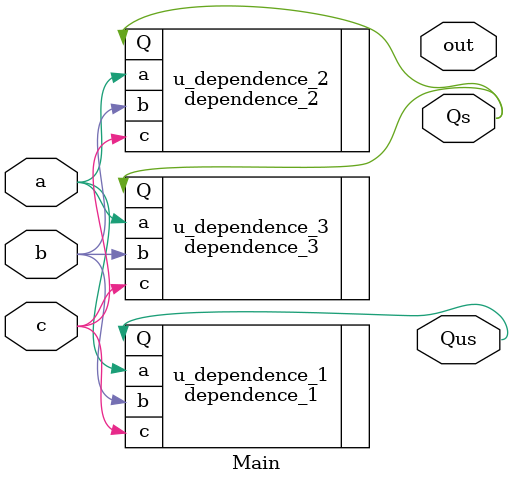
<source format=v>
/* 
 * EN: A simple demo to test search order of dependence
 *     current file -> macro include -> whole project
 *     expect dependence_1 from child_1.v (macro include)
 *     expect dependence_2 from child_2.v (whole project)
 *     cannot find dependence_3
 */

`include "child_1.v"
`define main out

module Main(
    input a, b, c,
    output Qus, Qs, `main
);

dependence_1 u_dependence_1(
    .a(a),
    .b(b),
    .c(c),
    .Q(Qus)
);

dependence_2 u_dependence_2(
    .a(a),
    .b(b),
    .c(c),
    .Q(Qs)
);

dependence_3 u_dependence_3(
    .a(a),
    .b(b),
    .c(c),
    .Q(Qs)
);

endmodule

/* @wavedrom this is wavedrom demo1
{
    signal : [
        { name: "clk",  wave: "p......" },
        { name: "bus",  wave: "x.34.5x", data: "head body tail" },
        { name: "wire", wave: "0.1..0." }
    ]
}
*/


/* @wavedrom this is wavedrom demo2
{ 
    signal: [
    { name: "pclk", wave: 'p.......' },
    { name: "Pclk", wave: 'P.......' },
    { name: "nclk", wave: 'n.......' },
    { name: "Nclk", wave: 'N.......' },
    {},
    { name: 'clk0', wave: 'phnlPHNL' },
    { name: 'clk1', wave: 'xhlhLHl.' },
    { name: 'clk2', wave: 'hpHplnLn' },
    { name: 'clk3', wave: 'nhNhplPl' },
    { name: 'clk4', wave: 'xlh.L.Hx' },
]}
*/
</source>
